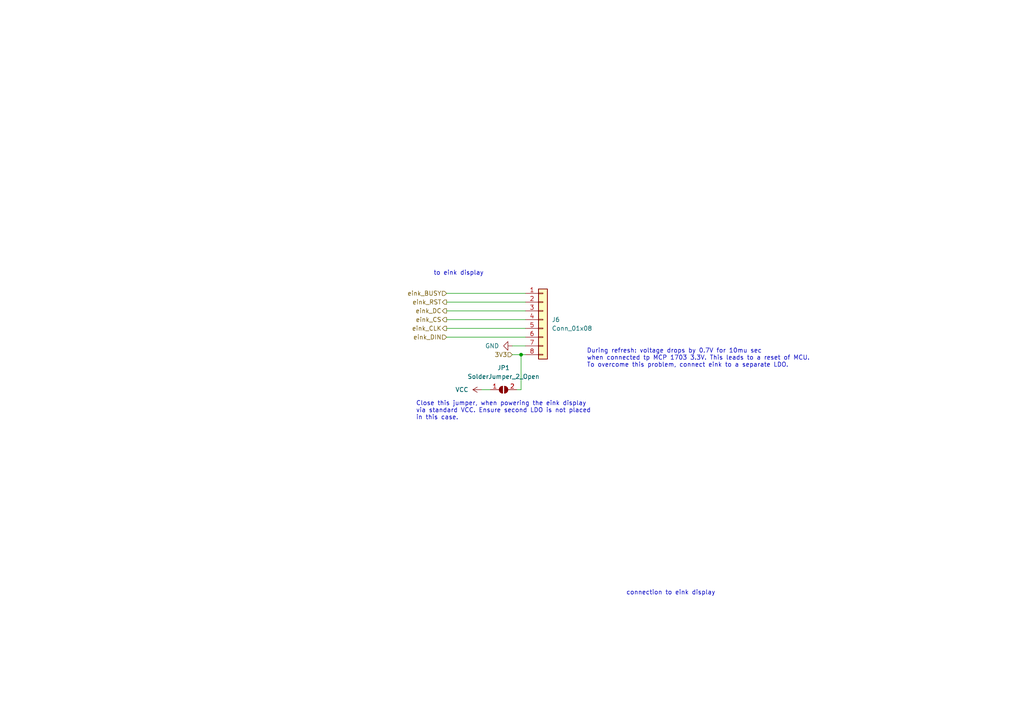
<source format=kicad_sch>
(kicad_sch (version 20211123) (generator eeschema)
  (paper "A4")
  (lib_symbols
    (symbol "Connector_Generic:Conn_01x08" (pin_names (offset 1.016) hide)
      (property "Reference" "J" (at 0 10.16 0))
      (property "Value" "Conn_01x08" (at 0 -12.7 0))
      (symbol "Conn_01x08_1_1"
        (rectangle (start -1.27 -10.033) (end 0 -10.287) (stroke (width 0.1524)))
        (rectangle (start -1.27 -7.493) (end 0 -7.747) (stroke (width 0.1524)))
        (rectangle (start -1.27 -4.953) (end 0 -5.207) (stroke (width 0.1524)))
        (rectangle (start -1.27 -2.413) (end 0 -2.667) (stroke (width 0.1524)))
        (rectangle (start -1.27 0.127) (end 0 -0.127) (stroke (width 0.1524)))
        (rectangle (start -1.27 2.667) (end 0 2.413) (stroke (width 0.1524)))
        (rectangle (start -1.27 5.207) (end 0 4.953) (stroke (width 0.1524)))
        (rectangle (start -1.27 7.747) (end 0 7.493) (stroke (width 0.1524)))
        (rectangle (start -1.27 8.89) (end 1.27 -11.43) (stroke (width 0.254)) (fill (type background)))
        (pin passive line (at -5.08 7.62 0) (length 3.81) (name "Pin_1") (number "1"))
        (pin passive line (at -5.08 5.08 0) (length 3.81) (name "Pin_2") (number "2"))
        (pin passive line (at -5.08 2.54 0) (length 3.81) (name "Pin_3") (number "3"))
        (pin passive line (at -5.08 0 0) (length 3.81) (name "Pin_4") (number "4"))
        (pin passive line (at -5.08 -2.54 0) (length 3.81) (name "Pin_5") (number "5"))
        (pin passive line (at -5.08 -5.08 0) (length 3.81) (name "Pin_6") (number "6"))
        (pin passive line (at -5.08 -7.62 0) (length 3.81) (name "Pin_7") (number "7"))
        (pin passive line (at -5.08 -10.16 0) (length 3.81) (name "Pin_8") (number "8"))
      )
    )
    (symbol "Jumper:SolderJumper_2_Open" (pin_names (offset 0) hide)
      (property "Reference" "JP" (at 0 2.032 0))
      (property "Value" "SolderJumper_2_Open" (at 0 -2.54 0))
      (symbol "SolderJumper_2_Open_0_1"
        (arc (start -0.254 1.016) (mid -1.27 0) (end -0.254 -1.016))
        (arc (start -0.254 1.016) (mid -1.27 0) (end -0.254 -1.016) (fill (type outline)))
        (polyline (pts (xy -0.254 1.016) (xy -0.254 -1.016)))
        (polyline (pts (xy 0.254 1.016) (xy 0.254 -1.016)))
        (arc (start 0.254 -1.016) (mid 1.27 0) (end 0.254 1.016))
        (arc (start 0.254 -1.016) (mid 1.27 0) (end 0.254 1.016) (fill (type outline)))
      )
      (symbol "SolderJumper_2_Open_1_1"
        (pin passive line (at -3.81 0 0) (length 2.54) (name "A") (number "1"))
        (pin passive line (at 3.81 0 180) (length 2.54) (name "B") (number "2"))
      )
    )
    (symbol "power:GND" (power) (pin_names (offset 0))
      (property "Value" "GND" (at 0 -3.81 0))
      (symbol "GND_0_1"
        (polyline (pts (xy 0 0) (xy 0 -1.27) (xy 1.27 -1.27) (xy 0 -2.54) (xy -1.27 -1.27) (xy 0 -1.27)))
      )
      (symbol "GND_1_1"
        (pin power_in line (at 0 0 270) (length 0) hide (name "GND") (number "1"))
      )
    )
    (symbol "power:VCC" (power) (pin_names (offset 0))
      (property "Value" "VCC" (at 0 3.81 0))
      (symbol "VCC_0_1"
        (polyline (pts (xy -0.762 1.27) (xy 0 2.54)))
        (polyline (pts (xy 0 0) (xy 0 2.54)))
        (polyline (pts (xy 0 2.54) (xy 0.762 1.27)))
      )
      (symbol "VCC_1_1"
        (pin power_in line (at 0 0 90) (length 0) hide (name "VCC") (number "1"))
      )
    )
  )
  (junction (at 151.13 102.87))
  (wire (pts (xy 139.7 113.03) (xy 142.24 113.03)))
  (wire (pts (xy 129.54 92.71) (xy 152.4 92.71)))
  (wire (pts (xy 129.54 90.17) (xy 152.4 90.17)))
  (wire (pts (xy 148.59 102.87) (xy 151.13 102.87)))
  (wire (pts (xy 129.54 85.09) (xy 152.4 85.09)))
  (wire (pts (xy 149.86 113.03) (xy 151.13 113.03)))
  (wire (pts (xy 151.13 102.87) (xy 152.4 102.87)))
  (wire (pts (xy 129.54 87.63) (xy 152.4 87.63)))
  (wire (pts (xy 129.54 97.79) (xy 152.4 97.79)))
  (wire (pts (xy 148.59 100.33) (xy 152.4 100.33)))
  (wire (pts (xy 129.54 95.25) (xy 152.4 95.25)))
  (wire (pts (xy 151.13 102.87) (xy 151.13 113.03)))
  (text "to eink display" (at 125.73 80.01 0) (effects (font (size 1.27 1.27)) (justify left bottom)))
  (text "Close this jumper, when powering the eink display\nvia standard VCC. Ensure second LDO is not placed\nin this case." (at 120.65 121.92 0) (effects (font (size 1.27 1.27)) (justify left bottom)))
  (text "During refresh: voltage drops by 0.7V for 10mu sec \nwhen connected tp MCP 1703 3.3V. This leads to a reset of MCU.\nTo overcome this problem, connect eink to a separate LDO." (at 170.18 106.68 0) (effects (font (size 1.27 1.27)) (justify left bottom)))
  (text "connection to eink display" (at 181.61 172.72 0) (effects (font (size 1.27 1.27)) (justify left bottom)))
  (hierarchical_label "3V3" (shape input) (at 148.59 102.87 180))
  (hierarchical_label "eink_RST" (shape output) (at 129.54 87.63 180))
  (hierarchical_label "eink_BUSY" (shape input) (at 129.54 85.09 180))
  (hierarchical_label "eink_CS" (shape output) (at 129.54 92.71 180))
  (hierarchical_label "eink_DIN" (shape input) (at 129.54 97.79 180))
  (hierarchical_label "eink_CLK" (shape output) (at 129.54 95.25 180))
  (hierarchical_label "eink_DC" (shape output) (at 129.54 90.17 180))
  (symbol (lib_id "Jumper:SolderJumper_2_Open") (at 146.05 113.03 0) (unit 1)
    (property "Reference" "JP1" (at 146.05 106.68 0))
    (property "Value" "SolderJumper_2_Open" (at 146.05 109.22 0))
    (property "Footprint" "Jumper:SolderJumper-2_P1.3mm_Open_RoundedPad1.0x1.5mm" (effects hide))
  )
  (symbol (lib_id "power:VCC") (at 139.7 113.03 90) (unit 1)
    (property "Reference" "#PWR047" (effects hide))
    (property "Value" "VCC" (at 135.89 113.0299 90) (effects (justify left)))
  )
  (symbol (lib_id "Connector_Generic:Conn_01x08") (at 157.48 92.71 0) (unit 1)
    (property "Reference" "J6" (at 160.02 92.7099 0) (effects (justify left)))
    (property "Value" "Conn_01x08" (at 160.02 95.2499 0) (effects (justify left)))
    (property "Footprint" "Connector_PinHeader_2.54mm:PinHeader_1x08_P2.54mm_Horizontal" (effects hide))
  )
  (symbol (lib_id "power:GND") (at 148.59 100.33 270) (unit 1)
    (property "Reference" "#PWR039" (effects hide))
    (property "Value" "GND" (at 144.78 100.3299 90) (effects (justify right)))
  )
)
</source>
